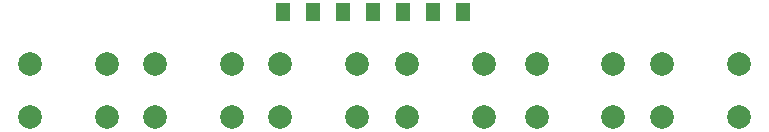
<source format=gbl>
G04 #@! TF.GenerationSoftware,KiCad,Pcbnew,(5.1.10)-1*
G04 #@! TF.CreationDate,2023-12-13T20:03:29-05:00*
G04 #@! TF.ProjectId,LED_Matrix_Button_Board,4c45445f-4d61-4747-9269-785f42757474,rev?*
G04 #@! TF.SameCoordinates,Original*
G04 #@! TF.FileFunction,Copper,L2,Bot*
G04 #@! TF.FilePolarity,Positive*
%FSLAX46Y46*%
G04 Gerber Fmt 4.6, Leading zero omitted, Abs format (unit mm)*
G04 Created by KiCad (PCBNEW (5.1.10)-1) date 2023-12-13 20:03:29*
%MOMM*%
%LPD*%
G01*
G04 APERTURE LIST*
G04 #@! TA.AperFunction,ComponentPad*
%ADD10R,1.200000X1.500000*%
G04 #@! TD*
G04 #@! TA.AperFunction,ComponentPad*
%ADD11C,2.000000*%
G04 #@! TD*
G04 APERTURE END LIST*
D10*
X159385000Y-103505000D03*
X156845000Y-103505000D03*
X154305000Y-103505000D03*
X151765000Y-103505000D03*
X149225000Y-103505000D03*
X146685000Y-103505000D03*
X144145000Y-103505000D03*
D11*
X176230000Y-112395000D03*
X176230000Y-107895000D03*
X182730000Y-112395000D03*
X182730000Y-107895000D03*
X165585000Y-112395000D03*
X165585000Y-107895000D03*
X172085000Y-112395000D03*
X172085000Y-107895000D03*
X154640000Y-112395000D03*
X154640000Y-107895000D03*
X161140000Y-112395000D03*
X161140000Y-107895000D03*
X143845000Y-112395000D03*
X143845000Y-107895000D03*
X150345000Y-112395000D03*
X150345000Y-107895000D03*
X133254000Y-112395000D03*
X133254000Y-107895000D03*
X139754000Y-112395000D03*
X139754000Y-107895000D03*
X122704000Y-112395000D03*
X122704000Y-107895000D03*
X129204000Y-112395000D03*
X129204000Y-107895000D03*
M02*

</source>
